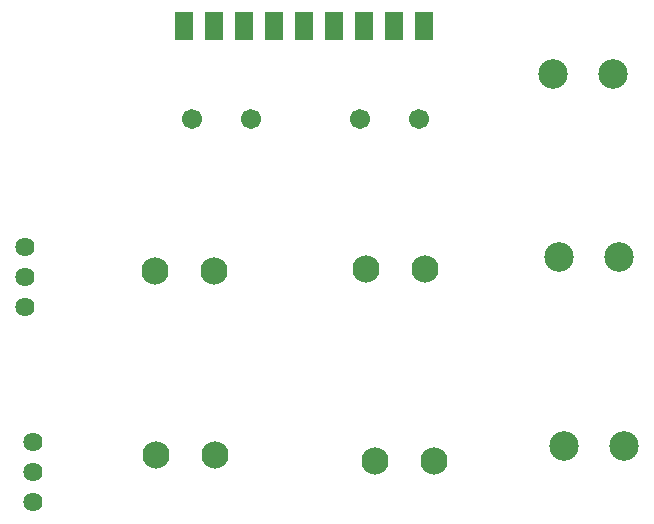
<source format=gbs>
G04 Layer: BottomSolderMaskLayer*
G04 EasyEDA v6.5.22, 2022-11-10 10:58:02*
G04 6b3d640ebf974b0b8646ff979dfa74d8,4d8ab2db40884aeb91e54047068f32cb,10*
G04 Gerber Generator version 0.2*
G04 Scale: 100 percent, Rotated: No, Reflected: No *
G04 Dimensions in inches *
G04 leading zeros omitted , absolute positions ,3 integer and 6 decimal *
%FSLAX36Y36*%
%MOIN*%

%AMMACRO1*1,1,$1,$2,$3*1,1,$1,$4,$5*1,1,$1,0-$2,0-$3*1,1,$1,0-$4,0-$5*20,1,$1,$2,$3,$4,$5,0*20,1,$1,$4,$5,0-$2,0-$3,0*20,1,$1,0-$2,0-$3,0-$4,0-$5,0*20,1,$1,0-$4,0-$5,$2,$3,0*4,1,4,$2,$3,$4,$5,0-$2,0-$3,0-$4,0-$5,$2,$3,0*%
%ADD10C,0.0670*%
%ADD11C,0.0906*%
%ADD12C,0.0985*%
%ADD13C,0.0640*%
%ADD14MACRO1,0.004X-0.0295X-0.0461X-0.0295X0.0461*%

%LPD*%
D10*
G01*
X1666580Y1005000D03*
G01*
X1863429Y1005000D03*
G01*
X2226580Y1005000D03*
G01*
X2423429Y1005000D03*
D11*
G01*
X2276580Y-135000D03*
G01*
X2473429Y-135000D03*
G01*
X2246580Y505000D03*
G01*
X2443429Y505000D03*
G01*
X1546580Y-115000D03*
G01*
X1743429Y-115000D03*
G01*
X1541580Y500000D03*
G01*
X1738419Y500000D03*
D12*
G01*
X2890000Y545000D03*
G01*
X3090000Y545000D03*
G01*
X2905000Y-85000D03*
G01*
X3105000Y-85000D03*
G01*
X2870000Y1155000D03*
G01*
X3070000Y1155000D03*
D13*
G01*
X1135000Y-170000D03*
G01*
X1135000Y-70000D03*
G01*
X1135000Y-270000D03*
G01*
X1110000Y480000D03*
G01*
X1110000Y580000D03*
G01*
X1110000Y380000D03*
D14*
G01*
X1640000Y1315000D03*
G01*
X1740000Y1315000D03*
G01*
X1840000Y1315000D03*
G01*
X1940000Y1315000D03*
G01*
X2040000Y1315000D03*
G01*
X2140000Y1315000D03*
G01*
X2240000Y1315000D03*
G01*
X2340000Y1315000D03*
G01*
X2440000Y1315000D03*
M02*

</source>
